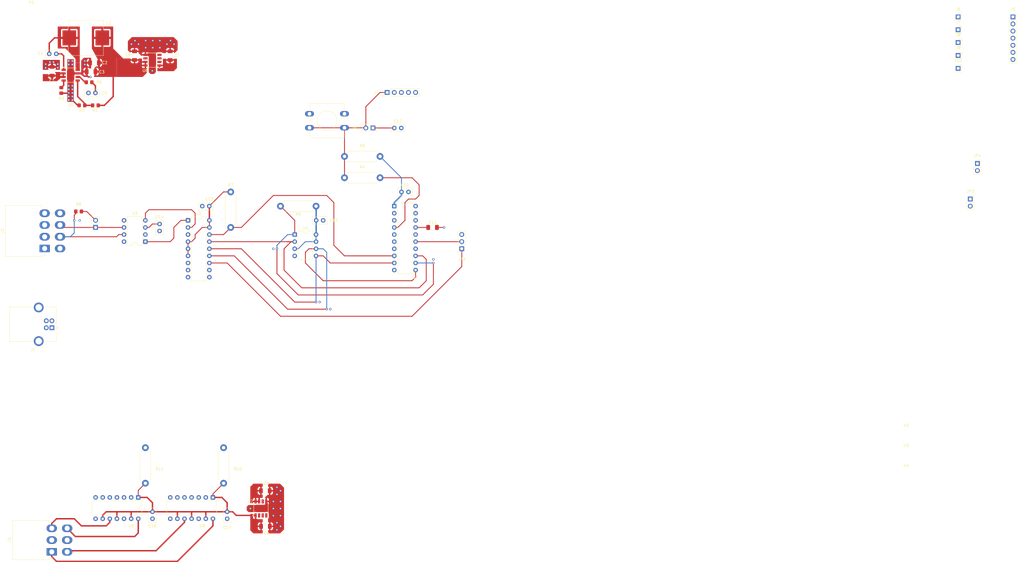
<source format=kicad_pcb>
(kicad_pcb (version 20241229) (generator "pcbnew") (generator_version "9.0")
  (layers (0 "F.Cu" signal) (4 "In1.Cu" signal) (6 "In2.Cu" signal) (2 "B.Cu" power) (13 "F.Paste" user) (15 "B.Paste" user) (5 "F.SilkS" user "F.Silkscreen") (7 "B.SilkS" user "B.Silkscreen") (1 "F.Mask" user) (3 "B.Mask" user) (25 "Edge.Cuts" user))
  (net 0 "")
  (net 1 "+12V")
  (net 2 "GND")
  (net 3 "+6.5V")
  (net 4 "Net-(U5-BST)")
  (net 5 "Net-(U5-SW)")
  (net 6 "Net-(C5-Pad2)")
  (net 7 "+5V")
  (net 8 "+5VA")
  (net 9 "Net-(U1-Vusb3v3)")
  (net 10 "Net-(JP1-A)")
  (net 12 "/USB_D+")
  (net 13 "VBUS")
  (net 15 "/USB_D-")
  (net 16 "/CAN_L")
  (net 17 "/Tach")
  (net 18 "/Speed")
  (net 19 "/CAN_H")
  (net 20 "/AN1")
  (net 21 "/AN4")
  (net 22 "/AN2")
  (net 23 "/AN3")
  (net 24 "/ICSP_~{MCLR}")
  (net 25 "/ICSP_CLK")
  (net 26 "/ICSP_DAT")
  (net 27 "/DAC1_~{CS}")
  (net 28 "/MISO")
  (net 29 "/ROM_~{CS}")
  (net 30 "/DAC2_~{CS}")
  (net 31 "/SCK")
  (net 32 "/MOSI")
  (net 33 "/CAN_~{CS}")
  (net 34 "/INT")
  (net 35 "Net-(JP5-B)")
  (net 36 "Net-(U5-FB)")
  (net 37 "Net-(U5-RT{slash}CLK)")
  (net 38 "/~{MCLR}")
  (net 39 "Net-(U5-COMP)")
  (net 41 "/CLK")
  (net 42 "/CAN_RX")
  (net 47 "/CAN_TX")
  (net 66 "/INT{slash}ICSP_CLK")
  (footprint "Connector_PinSocket_2.54mm:PinSocket_1x02_P2.54mm_Vertical" (layer "F.Cu") (at 55.88 134.62 180)
    (property "Reference" "JP5" (hide yes))
    (property "Value" "Term")
  )
  (footprint "Package_DIP:DIP-14_W7.62mm" (layer "F.Cu") (at 97.79 231.14 -90)
    (property "Reference" "U8")
    (property "Value" "MCP4912" (hide yes))
  )
  (footprint "Capacitor_THT:C_Disc_D5.0mm_W2.5mm_P2.50mm" (layer "F.Cu") (at 137.16 132.08 180)
    (property "Reference" "C15")
    (property "Value" "100n" (hide yes))
  )
  (footprint "Connector_PinSocket_2.54mm:PinSocket_1x02_P2.54mm_Vertical" (layer "F.Cu") (at 368.3 124.46)
    (property "Reference" "JP3")
    (property "Value" "USB_PWR")
  )
  (footprint "Capacitor_THT:C_Disc_D5.0mm_W2.5mm_P2.50mm" (layer "F.Cu") (at 93.98 127)
    (property "Reference" "C13")
    (property "Value" "100n" (hide yes))
  )
  (footprint "Connector_PinHeader_2.54mm:PinHeader_1x05_P2.54mm_Vertical" (layer "F.Cu") (at 160.02 86.36 90)
    (property "Reference" "J4")
    (property "Value" "ICSP")
  )
  (footprint "Capacitor_THT:C_Disc_D5.0mm_W2.5mm_P2.50mm" (layer "F.Cu") (at 76.2 236.26 -90)
    (property "Reference" "C16")
    (property "Value" "100n" (hide yes))
  )
  (footprint "Connector_PinSocket_2.54mm:PinSocket_1x03_P2.54mm_Vertical" (layer "F.Cu") (at 186.665 142.225 180)
    (property "Reference" "JP2")
    (property "Value" "Prog")
  )
  (footprint "Connector_PinSocket_2.54mm:PinSocket_1x07_P2.54mm_Vertical" (layer "F.Cu") (at 383.54 59.33)
    (property "Reference" "J5")
    (property "Value" "SPI debug")
  )
  (footprint "Resistor_SMD:R_0805_2012Metric_Pad1.20x1.40mm_HandSolder" (layer "F.Cu") (at 49.8 128.905 180)
    (property "Reference" "R8")
    (property "Value" "120" (hide yes))
  )
  (footprint "Resistor_SMD:R_0805_2012Metric_Pad1.20x1.40mm_HandSolder" (layer "F.Cu") (at 55.8165 90.9705)
    (property "Reference" "R1")
    (property "Value" "73k2" (hide yes))
  )
  (footprint "Connector_PinSocket_2.54mm:PinSocket_1x02_P2.54mm_Vertical" (layer "F.Cu") (at 154.94 99.06 -90)
    (property "Reference" "JP1")
    (property "Value" "~{Prog}")
  )
  (footprint "Capacitor_THT:C_Disc_D5.0mm_W2.5mm_P2.50mm" (layer "F.Cu") (at 39.3265 72.5555)
    (property "Reference" "C4")
    (property "Value" "100n" (hide yes))
  )
  (footprint "Capacitor_THT:C_Disc_D5.0mm_W2.5mm_P2.50mm" (layer "F.Cu") (at 162.56 99.06)
    (property "Reference" "C12")
    (property "Value" "100n" (hide yes))
  )
  (footprint "Capacitor_SMD:C_1206_3216Metric_Pad1.33x1.80mm_HandSolder" (layer "F.Cu") (at 176.2375 134.62)
    (property "Reference" "C11")
    (property "Value" "1u" (hide yes))
  )
  (footprint "Package_DIP:DIP-8_W7.62mm" (layer "F.Cu") (at 127 137.16)
    (property "Reference" "U4")
    (property "Value" "25LC160C" (hide yes))
  )
  (footprint "Resistor_THT:R_Axial_DIN0411_L9.9mm_D3.6mm_P12.70mm_Horizontal" (layer "F.Cu") (at 101.6 226.06 90)
    (property "Reference" "R10")
    (property "Value" "10k" (hide yes))
  )
  (footprint "Capacitor_SMD:C_1206_3216Metric_Pad1.33x1.80mm_HandSolder" (layer "F.Cu") (at 69.7865 73.1905 90)
    (property "Reference" "C6")
    (property "Value" "22u" (hide yes))
  )
  (footprint "Connector_PinSocket_2.54mm:PinSocket_1x01_P2.54mm_Vertical" (layer "F.Cu") (at 363.97 73.13)
    (property "Reference" "J9")
    (property "Value" "Conn_01x01_Socket")
  )
  (footprint "Capacitor_THT:C_Disc_D5.0mm_W2.5mm_P2.50mm" (layer "F.Cu") (at 53.3165 86.5255)
    (property "Reference" "C5")
    (property "Value" "100n" (hide yes))
  )
  (footprint "Resistor_SMD:R_0805_2012Metric_Pad1.20x1.40mm_HandSolder" (layer "F.Cu") (at 43.6245 85.6205 -90)
    (property "Reference" "R3")
    (property "Value" "50k" (hide yes))
  )
  (footprint "Button_Switch_THT:SW_PUSH-12mm" (layer "F.Cu") (at 132.28 93.98)
    (property "Reference" "SW1" (hide yes))
    (property "Value" "Reset")
  )
  (footprint "Resistor_SMD:R_0805_2012Metric_Pad1.20x1.40mm_HandSolder" (layer "F.Cu") (at 51.0065 90.9705)
    (property "Reference" "R2")
    (property "Value" "10k" (hide yes))
  )
  (footprint "Connector_PinSocket_2.54mm:PinSocket_1x01_P2.54mm_Vertical" (layer "F.Cu") (at 363.97 63.93)
    (property "Reference" "J7")
    (property "Value" "Conn_01x01_Socket")
  )
  (footprint "Connector_Molex:Molex_Mini-Fit_Jr_5569-06A2_2x03_P4.20mm_Horizontal" (layer "F.Cu") (at 40.22 250.58 90)
    (property "Reference" "J3")
    (property "Value" "Analog")
  )
  (footprint "Resistor_THT:R_Axial_DIN0411_L9.9mm_D3.6mm_P12.70mm_Horizontal" (layer "F.Cu") (at 73.66 226.06 90)
    (property "Reference" "R11")
    (property "Value" "10k" (hide yes))
  )
  (footprint "Connector_Molex:Molex_Mini-Fit_Jr_5569-08A2_2x04_P4.20mm_Horizontal" (layer "F.Cu") (at 37.68 142.14 90)
    (property "Reference" "J2")
    (property "Value" "Conn_02x04_Top_Bottom" (hide yes))
  )
  (footprint "Capacitor_THT:C_Disc_D5.0mm_W2.5mm_P2.50mm" (layer "F.Cu") (at 78.74 135.89 90)
    (property "Reference" "C14")
    (property "Value" "100n" (hide yes))
  )
  (footprint "Resistor_SMD:R_0805_2012Metric_Pad1.20x1.40mm_HandSolder" (layer "F.Cu") (at 53.5465 82.7155 180)
    (property "Reference" "R5")
    (property "Value" "12k" (hide yes))
  )
  (footprint "Package_DIP:DIP-14_W7.62mm" (layer "F.Cu") (at 71.12 231.14 -90)
    (property "Reference" "U9")
    (property "Value" "MCP4912" (hide yes))
  )
  (footprint "Connector_USB:USB_B_OST_USB-B1HSxx_Horizontal" (layer "F.Cu") (at 40.27 170.49 180)
    (property "Reference" "J1")
    (property "Value" "USB_B")
  )
  (footprint "Capacitor_SMD:C_1206_3216Metric_Pad1.33x1.80mm_HandSolder" (layer "F.Cu") (at 116.4975 228.75875)
    (property "Reference" "C8")
    (property "Value" "22u" (hide yes))
  )
  (footprint "MountingHole:MountingHole_3.2mm_M3_DIN965" (layer "F.Cu") (at 345.44 209.22)
    (property "Reference" "H2")
    (property "Value" "MountingHole")
  )
  (footprint "MountingHole:MountingHole_3.2mm_M3_DIN965" (layer "F.Cu") (at 345.44 216.37)
    (property "Reference" "H3")
    (property "Value" "MountingHole")
  )
  (footprint "Package_SO:Diodes_SO-8EP" (layer "F.Cu") (at 114.935 235.06625 90)
    (property "Reference" "U7")
    (property "Value" "AP7375Q" (hide yes))
  )
  (footprint "Connector_PinSocket_2.54mm:PinSocket_1x01_P2.54mm_Vertical" (layer "F.Cu") (at 363.97 77.73)
    (property "Reference" "J10")
    (property "Value" "Conn_01x01_Socket")
  )
  (footprint "MountingHole:MountingHole_3.2mm_M3_DIN965" (layer "F.Cu") (at 345.44 223.52)
    (property "Reference" "H4")
    (property "Value" "MountingHole")
  )
  (footprint "Connector_PinSocket_2.54mm:PinSocket_1x02_P2.54mm_Vertical" (layer "F.Cu") (at 370.84 111.76)
    (property "Reference" "JP4")
    (property "Value" "USB_PWR")
  )
  (footprint "Capacitor_SMD:C_1206_3216Metric_Pad1.33x1.80mm_HandSolder" (layer "F.Cu") (at 40.3225 78.7785 90)
    (property "Reference" "C1")
    (property "Value" "22u" (hide yes))
  )
  (footprint "Connector_PinSocket_2.54mm:PinSocket_1x01_P2.54mm_Vertical" (layer "F.Cu") (at 363.97 59.33)
    (property "Reference" "J6")
    (property "Value" "Conn_01x01_Socket")
  )
  (footprint "Package_DIP:DIP-20_W7.62mm" (layer "F.Cu") (at 162.56 127)
    (property "Reference" "U1")
    (property "Value" "PIC16F1459-IP" (hide yes))
  )
  (footprint "Package_SO:Diodes_SO-8EP" (layer "F.Cu") (at 46.969 80.1755)
    (property "Reference" "U5")
    (property "Value" "AP64100Q" (hide yes))
  )
  (footprint "Resistor_THT:R_Axial_DIN0411_L9.9mm_D3.6mm_P12.70mm_Horizontal" (layer "F.Cu") (at 134.62 127 180)
    (property "Reference" "R9")
    (property "Value" "10k")
  )
  (footprint "Inductor_SMD:L_Wuerth_WE-PD-Typ-LS_Handsoldering" (layer "F.Cu") (at 52.3875 66.8405)
    (property "Reference" "L1")
    (property "Value" "15u" (hide yes))
  )
  (footprint "Package_DIP:DIP-18_W7.62mm" (layer "F.Cu") (at 88.9 132.08)
    (property "Reference" "U2")
    (property "Value" "MCP2515-I/P" (hide yes))
  )
  (footprint "Capacitor_SMD:C_1206_3216Metric_Pad1.33x1.80mm_HandSolder" (layer "F.Cu") (at 54.254 78.9055)
    (property "Reference" "C3")
    (property "Value" "22u" (hide yes))
  )
  (footprint "Resistor_THT:R_Axial_DIN0411_L9.9mm_D3.6mm_P12.70mm_Horizontal" (layer "F.Cu") (at 104.14 121.92 -90)
    (property "Reference" "R7")
    (property "Value" "10k" (hide yes))
  )
  (footprint "Capacitor_THT:C_Disc_D5.0mm_W2.5mm_P2.50mm" (layer "F.Cu") (at 165.14 121.92)
    (property "Reference" "C10")
    (property "Value" "100n" (hide yes))
  )
  (footprint "Capacitor_SMD:C_1206_3216Metric_Pad1.33x1.80mm_HandSolder" (layer "F.Cu") (at 55.474 75.7305)
    (property "Reference" "C2")
    (property "Value" "22u" (hide yes))
  )
  (footprint "Connector_PinSocket_2.54mm:PinSocket_1x01_P2.54mm_Vertical" (layer "F.Cu") (at 363.97 68.53)
    (property "Reference" "J8")
    (property "Value" "Conn_01x01_Socket")
  )
  (footprint "Resistor_THT:R_Axial_DIN0411_L9.9mm_D3.6mm_P12.70mm_Horizontal" (layer "F.Cu") (at 157.48 109.22 180)
    (property "Reference" "R6")
    (property "Value" "10k" (hide yes))
  )
  (footprint "Capacitor_SMD:C_1206_3216Metric_Pad1.33x1.80mm_HandSolder" (layer "F.Cu") (at 116.5475 241.45875)
    (property "Reference" "C9")
    (property "Value" "22u" (hide yes))
  )
  (footprint "MountingHole:MountingHole_3.2mm_M3_DIN965" (layer "F.Cu") (at 32.9565 57.9505)
    (property "Reference" "H1")
    (property "Value" "MountingHole")
  )
  (footprint "Package_DIP:DIP-8_W7.62mm" (layer "F.Cu") (at 73.66 139.7 180)
    (property "Reference" "U3")
    (property "Value" "MCP2561-E-P" (hide yes))
  )
  (footprint "Capacitor_THT:C_Disc_D5.0mm_W2.5mm_P2.50mm" (layer "F.Cu") (at 102.87 236.26 -90)
    (property "Reference" "C17")
    (property "Value" "100n" (hide yes))
  )
  (footprint "Capacitor_SMD:C_1206_3216Metric_Pad1.33x1.80mm_HandSolder" (layer "F.Cu") (at 82.4865 73.1905 90)
    (property "Reference" "C7")
    (property "Value" "22u" (hide yes))
  )
  (footprint "Package_SO:Diodes_SO-8EP" (layer "F.Cu") (at 76.179 74.803 180)
    (property "Reference" "U6")
    (property "Value" "AP7375Q" (hide yes))
  )
  (footprint "Resistor_THT:R_Axial_DIN0411_L9.9mm_D3.6mm_P12.70mm_Horizontal" (layer "F.Cu") (at 144.78 116.84)
    (property "Reference" "R4")
    (property "Value" "220" (hide yes))
  )
  (segment (start 49.4665 90.9705) (end 47.5615 89.0655) (width 0.508) (layer "F.Cu") (net 2))
  (segment (start 54.0385 80.8105) (end 53.2765 80.8105) (width 0.508) (layer "F.Cu") (net 2))
  (segment (start 46.1965 86.6205) (end 46.2915 86.5255) (width 0.508) (layer "F.Cu") (net 2))
  (segment (start 53.2765 80.8105) (end 52.6915 80.2255) (width 0.508) (layer "F.Cu") (net 2))
  (segment (start 52.6915 80.2255) (end 52.6915 78.9055) (width 0.508) (layer "F.Cu") (net 2))
  (segment (start 177.8 134.62) (end 180.34 134.62) (width 0.3048) (layer "F.Cu") (net 2))
  (segment (start 50.0065 90.9705) (end 49.4665 90.9705) (width 0.508) (layer "F.Cu") (net 2))
  (segment (start 43.6245 86.6205) (end 46.1965 86.6205) (width 0.508) (layer "F.Cu") (net 2))
  (via (at 121.92 232.56875) (size 0.8128) (drill 0.4) (layers "F.Cu" "B.Cu") (net 2))
  (via (at 119.38 142.24) (size 0.8128) (drill 0.4) (layers "F.Cu" "B.Cu") (net 2))
  (via (at 180.34 134.62) (size 0.8128) (drill 0.4) (layers "F.Cu" "B.Cu") (net 2))
  (via (at 39.5605 75.4765) (size 0.8128) (drill 0.4) (layers "F.Cu" "B.Cu") (net 2))
  (via (at 47.5615 89.0655) (size 0.8128) (drill 0.4) (layers "F.Cu" "B.Cu") (net 2))
  (via (at 76.29525 70.358) (size 0.8128) (drill 0.4) (layers "F.Cu" "B.Cu") (net 2))
  (via (at 46.2915 89.0655) (size 0.8128) (drill 0.4) (layers "F.Cu" "B.Cu") (net 2))
  (via (at 120.65 227.48875) (size 0.8128) (drill 0.4) (layers "F.Cu" "B.Cu") (net 2))
  (via (at 46.2915 76.3655) (size 0.8128) (drill 0.4) (layers "F.Cu" "B.Cu") (net 2))
  (via (at 68.67525 69.088) (size 0.8128) (drill 0.4) (layers "F.Cu" "B.Cu") (net 2))
  (via (at 119.38 232.56875) (size 0.8128) (drill 0.4) (layers "F.Cu" "B.Cu") (net 2))
  (via (at 78.83525 67.818) (size 0.8128) (drill 0.4) (layers "F.Cu" "B.Cu") (net 2))
  (via (at 46.2915 85.2555) (size 0.8128) (drill 0.4) (layers "F.Cu" "B.Cu") (net 2))
  (via (at 78.83525 70.358) (size 0.8128) (drill 0.4) (layers "F.Cu" "B.Cu") (net 2))
  (via (at 120.65 242.72875) (size 0.8128) (drill 0.4) (layers "F.Cu" "B.Cu") (net 2))
  (via (at 52.0065 75.0955) (size 0.8128) (drill 0.4) (layers "F.Cu" "B.Cu") (net 2))
  (via (at 83.91525 69.088) (size 0.8128) (drill 0.4) (layers "F.Cu" "B.Cu") (net 2))
  (via (at 47.5615 76.3655) (size 0.8128) (drill 0.4) (layers "F.Cu" "B.Cu") (net 2))
  (via (at 121.92 241.45875) (size 0.8128) (drill 0.4) (layers "F.Cu" "B.Cu") (net 2))
  (via (at 73.75525 70.358) (size 0.8128) (drill 0.4) (layers "F.Cu" "B.Cu") (net 2))
  (via (at 47.5615 87.7955) (size 0.8128) (drill 0.4) (layers "F.Cu" "B.Cu") (net 2))
  (via (at 120.65 240.18875) (size 0.8128) (drill 0.4) (layers "F.Cu" "B.Cu") (net 2))
  (via (at 38.0365 77.5085) (size 0.8128) (drill 0.4) (layers "F.Cu" "B.Cu") (net 2))
  (via (at 71.21525 69.088) (size 0.8128) (drill 0.4) (layers "F.Cu" "B.Cu") (net 2))
  (via (at 120.65 230.02875) (size 0.8128) (drill 0.4) (layers "F.Cu" "B.Cu") (net 2))
  (via (at 47.5615 86.5255) (size 0.8128) (drill 0.4) (layers "F.Cu" "B.Cu") (net 2))
  (via (at 50.165 132.08) (size 0.8128) (drill 0.4) (layers "F.Cu" "B.Cu") (net 2))
  (via (at 54.0385 80.8105) (size 0.8128) (drill 0.4) (layers "F.Cu" "B.Cu") (net 2))
  (via (at 38.0365 76.2385) (size 0.8128) (drill 0.4) (layers "F.Cu" "B.Cu") (net 2))
  (via (at 119.38 237.64875) (size 0.8128) (drill 0.4) (layers "F.Cu" "B.Cu") (net 2))
  (via (at 47.5615 85.2555) (size 0.8128) (drill 0.4) (layers "F.Cu" "B.Cu") (net 2))
  (via (at 119.38 235.10875) (size 0.8128) (drill 0.4) (layers "F.Cu" "B.Cu") (net 2))
  (via (at 76.29525 67.818) (size 0.8128) (drill 0.4) (layers "F.Cu" "B.Cu") (net 2))
  (via (at 121.92 228.75875) (size 0.8128) (drill 0.4) (layers "F.Cu" "B.Cu") (net 2))
  (via (at 52.0065 76.3655) (size 0.8128) (drill 0.4) (layers "F.Cu" "B.Cu") (net 2))
  (via (at 42.3545 76.2385) (size 0.8128) (drill 0.4) (layers "F.Cu" "B.Cu") (net 2))
  (via (at 46.2915 87.7955) (size 0.8128) (drill 0.4) (layers "F.Cu" "B.Cu") (net 2))
  (via (at 42.3545 77.5085) (size 0.8128) (drill 0.4) (layers "F.Cu" "B.Cu") (net 2))
  (via (at 135.89 161.29) (size 0.8128) (drill 0.4) (layers "F.Cu" "B.Cu") (net 2))
  (via (at 121.92 235.10875) (size 0.8128) (drill 0.4) (layers "F.Cu" "B.Cu") (net 2))
  (via (at 46.2915 86.5255) (size 0.8128) (drill 0.4) (layers "F.Cu" "B.Cu") (net 2))
  (via (at 139.7 163.83) (size 0.8128) (drill 0.4) (layers "F.Cu" "B.Cu") (net 2))
  (via (at 82.64525 67.818) (size 0.8128) (drill 0.4) (layers "F.Cu" "B.Cu") (net 2))
  (via (at 69.94525 67.818) (size 0.8128) (drill 0.4) (layers "F.Cu" "B.Cu") (net 2))
  (via (at 40.8305 75.4765) (size 0.8128) (drill 0.4) (layers "F.Cu" "B.Cu") (net 2))
  (via (at 76.1365 78.613) (size 0.8128) (drill 0.4) (layers "F.Cu" "B.Cu") (net 2))
  (via (at 46.2915 83.9855) (size 0.8128) (drill 0.4) (layers "F.Cu" "B.Cu") (net 2))
  (via (at 46.2915 75.0955) (size 0.8128) (drill 0.4) (layers "F.Cu" "B.Cu") (net 2))
  (via (at 121.92 237.64875) (size 0.8128) (drill 0.4) (layers "F.Cu" "B.Cu") (net 2))
  (via (at 47.5615 83.9855) (size 0.8128) (drill 0.4) (layers "F.Cu" "B.Cu") (net 2))
  (via (at 81.37525 69.088) (size 0.8128) (drill 0.4) (layers "F.Cu" "B.Cu") (net 2))
  (via (at 73.75525 67.818) (size 0.8128) (drill 0.4) (layers "F.Cu" "B.Cu") (net 2))
  (via (at 176.53 146.05) (size 0.8128) (drill 0.4) (layers "F.Cu" "B.Cu") (net 2))
  (via (at 111.125 235.10875) (size 0.8128) (drill 0.4) (layers "F.Cu" "B.Cu") (net 2))
  (via (at 47.5615 75.0955) (size 0.8128) (drill 0.4) (layers "F.Cu" "B.Cu") (net 2))
  (segment (start 60.8965 78.9055) (end 55.8165 78.9055) (width 0.508) (layer "F.Cu") (net 3))
  (segment (start 62.1665 87.7955) (end 62.1665 80.1755) (width 0.508) (layer "F.Cu") (net 3))
  (segment (start 62.1665 80.1755) (end 60.8965 78.9055) (width 0.508) (layer "F.Cu") (net 3))
  (segment (start 56.8165 90.9705) (end 58.9915 90.9705) (width 0.508) (layer "F.Cu") (net 3))
  (segment (start 58.9915 90.9705) (end 62.1665 87.7955) (width 0.508) (layer "F.Cu") (net 3))
  (segment (start 44.4715 78.2705) (end 44.4715 73.2755) (width 0.508) (layer "F.Cu") (net 4))
  (segment (start 44.4715 73.2755) (end 43.7515 72.5555) (width 0.508) (layer "F.Cu") (net 4))
  (segment (start 43.7515 72.5555) (end 41.8265 72.5555) (width 0.508) (layer "F.Cu") (net 4))
  (segment (start 39.3265 72.5555) (end 39.3265 68.7255) (width 0.508) (layer "F.Cu") (net 5))
  (segment (start 41.2115 66.8405) (end 46.4875 66.8405) (width 0.508) (layer "F.Cu") (net 5))
  (segment (start 39.3265 68.7255) (end 41.2115 66.8405) (width 0.508) (layer "F.Cu") (net 5))
  (segment (start 55.8165 83.9855) (end 54.5465 82.7155) (width 0.508) (layer "F.Cu") (net 6))
  (segment (start 55.8165 86.5255) (end 55.8165 83.9855) (width 0.508) (layer "F.Cu") (net 6))
  (segment (start 74.93 134.62) (end 76.16 133.39) (width 0.3048) (layer "F.Cu") (net 7))
  (segment (start 91.44 138.43) (end 91.44 137.16) (width 0.3048) (layer "F.Cu") (net 7))
  (segment (start 101.56 121.92) (end 96.48 127) (width 0.3048) (layer "F.Cu") (net 7))
  (segment (start 96.52 127.04) (end 96.48 127) (width 0.508) (layer "F.Cu") (net 7))
  (segment (start 73.66 134.62) (end 74.93 134.62) (width 0.3048) (layer "F.Cu") (net 7))
  (segment (start 91.44 137.16) (end 93.98 134.62) (width 0.3048) (layer "F.Cu") (net 7))
  (segment (start 96.52 134.62) (end 96.52 132.08) (width 0.3048) (layer "F.Cu") (net 7))
  (segment (start 90.17 139.7) (end 91.44 138.43) (width 0.3048) (layer "F.Cu") (net 7))
  (segment (start 104.14 121.92) (end 101.56 121.92) (width 0.3048) (layer "F.Cu") (net 7))
  (segment (start 88.9 139.7) (end 90.17 139.7) (width 0.3048) (layer "F.Cu") (net 7))
  (segment (start 88.9 144.78) (end 88.9 139.7) (width 0.3048) (layer "F.Cu") (net 7))
  (segment (start 96.52 132.08) (end 96.52 127.04) (width 0.508) (layer "F.Cu") (net 7))
  (segment (start 93.98 134.62) (end 96.52 134.62) (width 0.3048) (layer "F.Cu") (net 7))
  (segment (start 76.16 133.39) (end 78.74 133.39) (width 0.3048) (layer "F.Cu") (net 7))
  (segment (start 130.81 139.7) (end 128.27 142.24) (width 0.3048) (layer "B.Cu") (net 7))
  (segment (start 134.62 127) (end 134.62 128.27) (width 0.508) (layer "B.Cu") (net 7))
  (segment (start 165.14 116.88) (end 165.14 121.92) (width 0.3048) (layer "B.Cu") (net 7))
  (segment (start 134.62 128.27) (end 134.66 128.31) (width 0.508) (layer "B.Cu") (net 7))
  (segment (start 134.66 137.12) (end 134.62 137.16) (width 0.508) (layer "B.Cu") (net 7))
  (segment (start 134.66 128.31) (end 134.66 132.08) (width 0.508) (layer "B.Cu") (net 7))
  (segment (start 134.66 132.08) (end 134.66 137.12) (width 0.508) (layer "B.Cu") (net 7))
  (segment (start 165.14 123.15) (end 165.14 121.92) (width 0.508) (layer "B.Cu") (net 7))
  (segment (start 134.62 139.7) (end 134.62 137.16) (width 0.3048) (layer "B.Cu") (net 7))
  (segment (start 162.56 125.73) (end 165.14 123.15) (width 0.508) (layer "B.Cu") (net 7))
  (segment (start 162.56 127) (end 162.56 125.73) (width 0.508) (layer "B.Cu") (net 7))
  (segment (start 128.27 142.24) (end 127 142.24) (width 0.3048) (layer "B.Cu") (net 7))
  (segment (start 134.62 139.7) (end 130.81 139.7) (width 0.3048) (layer "B.Cu") (net 7))
  (segment (start 157.48 109.22) (end 165.14 116.88) (width 0.3048) (layer "B.Cu") (net 7))
  (segment (start 90.17 238.76) (end 90.17 236.26) (width 0.508) (layer "F.Cu") (net 8))
  (segment (start 95.25 238.76) (end 95.25 236.26) (width 0.508) (layer "F.Cu") (net 8))
  (segment (start 85.09 236.26) (end 76.2 236.26) (width 0.508) (layer "F.Cu") (net 8))
  (segment (start 113.03 237.56375) (end 106.11875 237.56375) (width 0.508) (layer "F.Cu") (net 8))
  (segment (start 100.965 231.14) (end 102.87 233.045) (width 0.508) (layer "F.Cu") (net 8))
  (segment (start 68.58 238.76) (end 68.58 236.26) (width 0.508) (layer "F.Cu") (net 8))
  (segment (start 102.87 236.26) (end 95.25 236.26) (width 0.508) (layer "F.Cu") (net 8))
  (segment (start 102.87 233.045) (end 102.87 236.26) (width 0.508) (layer "F.Cu") (net 8))
  (segment (start 71.12 231.14) (end 74.295 231.14) (width 0.508) (layer "F.Cu") (net 8))
  (segment (start 97.79 231.14) (end 100.965 231.14) (width 0.508) (layer "F.Cu") (net 8))
  (segment (start 90.17 236.26) (end 85.09 236.26) (width 0.508) (layer "F.Cu") (net 8))
  (segment (start 74.295 231.14) (end 76.2 233.045) (width 0.508) (layer "F.Cu") (net 8))
  (segment (start 58.42 237.49) (end 58.42 238.76) (width 0.508) (layer "F.Cu") (net 8))
  (segment (start 63.5 236.26) (end 59.65 236.26) (width 0.508) (layer "F.Cu") (net 8))
  (segment (start 95.25 236.26) (end 90.17 236.26) (width 0.508) (layer "F.Cu") (net 8))
  (segment (start 71.12 228.6) (end 71.12 231.14) (width 0.3048) (layer "F.Cu") (net 8))
  (segment (start 76.2 236.26) (end 68.58 236.26) (width 0.508) (layer "F.Cu") (net 8))
  (segment (start 73.66 226.06) (end 71.12 228.6) (width 0.3048) (layer "F.Cu") (net 8))
  (segment (start 68.58 236.26) (end 63.5 236.26) (width 0.508) (layer "F.Cu") (net 8))
  (segment (start 106.11875 237.56375) (end 104.815 236.26) (width 0.508) (layer "F.Cu") (net 8))
  (segment (start 85.09 238.76) (end 85.09 236.26) (width 0.508) (layer "F.Cu") (net 8))
  (segment (start 104.815 236.26) (end 102.87 236.26) (width 0.508) (layer "F.Cu") (net 8))
  (segment (start 59.65 236.26) (end 58.42 237.49) (width 0.508) (layer "F.Cu") (net 8))
  (segment (start 63.5 238.76) (end 63.5 236.26) (width 0.508) (layer "F.Cu") (net 8))
  (segment (start 97.79 229.87) (end 97.79 231.14) (width 0.3048) (layer "F.Cu") (net 8))
  (segment (start 76.2 233.045) (end 76.2 236.26) (width 0.508) (layer "F.Cu") (net 8))
  (segment (start 101.6 226.06) (end 97.79 229.87) (width 0.3048) (layer "F.Cu") (net 8))
  (segment (start 170.18 134.62) (end 174.675 134.62) (width 0.3048) (layer "F.Cu") (net 9))
  (segment (start 154.94 99.06) (end 162.56 99.06) (width 0.3048) (layer "F.Cu") (net 10))
  (segment (start 44.06 134.62) (end 43.18 133.74) (width 0.3048) (layer "F.Cu") (net 16))
  (segment (start 66.04 134.62) (end 44.06 134.62) (width 0.3048) (layer "F.Cu") (net 16))
  (segment (start 48.8 129.635) (end 48.26 130.175) (width 0.3048) (layer "F.Cu") (net 19))
  (segment (start 66.04 137.16) (end 64.135 137.16) (width 0.3048) (layer "F.Cu") (net 19))
  (segment (start 48.8 128.905) (end 48.8 129.635) (width 0.3048) (layer "F.Cu") (net 19))
  (segment (start 48.26 130.175) (end 48.26 132.08) (width 0.3048) (layer "F.Cu") (net 19))
  (segment (start 64.135 137.16) (end 63.355 137.94) (width 0.3048) (layer "F.Cu") (net 19))
  (segment (start 63.355 137.94) (end 43.18 137.94) (width 0.3048) (layer "F.Cu") (net 19))
  (via (at 48.26 132.08) (size 0.8128) (drill 0.4) (layers "F.Cu" "B.Cu") (net 19))
  (segment (start 48.26 132.08) (end 48.26 136.525) (width 0.3048) (layer "B.Cu") (net 19))
  (segment (start 46.845 137.94) (end 43.18 137.94) (width 0.3048) (layer "B.Cu") (net 19))
  (segment (start 48.26 136.525) (end 46.845 137.94) (width 0.3048) (layer "B.Cu") (net 19))
  (segment (start 97.79 238.76) (end 97.79 241.3) (width 0.508) (layer "F.Cu") (net 20))
  (segment (start 85.09 254) (end 41.91 254) (width 0.508) (layer "F.Cu") (net 20))
  (segment (start 40.22 252.31) (end 40.22 250.58) (width 0.508) (layer "F.Cu") (net 20))
  (segment (start 41.91 254) (end 40.22 252.31) (width 0.508) (layer "F.Cu") (net 20))
  (segment (start 97.79 241.3) (end 85.09 254) (width 0.508) (layer "F.Cu") (net 20))
  (segment (start 48.26 238.76) (end 41.91 238.76) (width 0.508) (layer "F.Cu") (net 21))
  (segment (start 50.8 241.3) (end 48.26 238.76) (width 0.508) (layer "F.Cu") (net 21))
  (segment (start 41.91 238.76) (end 40.22 240.45) (width 0.508) (layer "F.Cu") (net 21))
  (segment (start 60.96 240.03) (end 59.69 241.3) (width 0.508) (layer "F.Cu") (net 21))
  (segment (start 40.22 240.45) (end 40.22 242.18) (width 0.508) (layer "F.Cu") (net 21))
  (segment (start 59.69 241.3) (end 50.8 241.3) (width 0.508) (layer "F.Cu") (net 21))
  (segment (start 60.96 238.76) (end 60.96 240.03) (width 0.508) (layer "F.Cu") (net 21))
  (segment (start 87.63 238.76) (end 87.63 240.03) (width 0.508) (layer "F.Cu") (net 22))
  (segment (start 46.11 250.19) (end 45.72 250.58) (width 0.508) (layer "F.Cu") (net 22))
  (segment (start 87.63 240.03) (end 77.47 250.19) (width 0.508) (layer "F.Cu") (net 22))
  (segment (start 77.47 250.19) (end 46.11 250.19) (width 0.508) (layer "F.Cu") (net 22))
  (segment (start 69.85 245.11) (end 48.65 245.11) (width 0.508) (layer "F.Cu") (net 23))
  (segment (start 71.12 238.76) (end 71.12 243.84) (width 0.508) (layer "F.Cu") (net 23))
  (segment (start 48.65 245.11) (end 45.72 242.18) (width 0.508) (layer "F.Cu") (net 23))
  (segment (start 71.12 243.84) (end 69.85 245.11) (width 0.508) (layer "F.Cu") (net 23))
  (segment (start 132.28 98.98) (end 152.32 98.98) (width 0.3048) (layer "F.Cu") (net 24))
  (segment (start 157.48 86.36) (end 160.02 86.36) (width 0.3048) (layer "F.Cu") (net 24))
  (segment (start 152.4 99.06) (end 152.4 91.44) (width 0.3048) (layer "F.Cu") (net 24))
  (segment (start 152.4 91.44) (end 157.48 86.36) (width 0.3048) (layer "F.Cu") (net 24))
  (segment (start 152.32 98.98) (end 152.4 99.06) (width 0.3048) (layer "F.Cu") (net 24))
  (segment (start 144.78 116.84) (end 144.78 98.98) (width 0.3048) (layer "F.Cu") (net 24))
  (segment (start 171.45 156.21) (end 129.54 156.21) (width 0.3048) (layer "F.Cu") (net 28))
  (segment (start 127 139.7) (end 96.52 139.7) (width 0.3048) (layer "F.Cu") (net 28))
  (segment (start 124.46 139.7) (end 127 139.7) (width 0.3048) (layer "F.Cu") (net 28))
  (segment (start 173.99 146.05) (end 173.99 153.67) (width 0.3048) (layer "F.Cu") (net 28))
  (segment (start 123.19 149.86) (end 123.19 142.24) (width 0.3048) (layer "F.Cu") (net 28))
  (segment (start 173.99 153.67) (end 171.45 156.21) (width 0.3048) (layer "F.Cu") (net 28))
  (segment (start 129.54 156.21) (end 123.19 149.86) (width 0.3048) (layer "F.Cu") (net 28))
  (segment (start 170.18 144.78) (end 172.72 144.78) (width 0.3048) (layer "F.Cu") (net 28))
  (segment (start 172.72 144.78) (end 173.99 146.05) (width 0.3048) (layer "F.Cu") (net 28))
  (segment (start 123.19 142.24) (end 125.73 139.7) (width 0.3048) (layer "F.Cu") (net 28))
  (segment (start 125.73 139.7) (end 127 139.7) (width 0.3048) (layer "F.Cu") (net 28))
  (segment (start 120.65 151.13) (end 120.65 142.24) (width 0.3048) (layer "F.Cu") (net 29))
  (segment (start 176.53 147.32) (end 176.53 154.94) (width 0.3048) (layer "F.Cu") (net 29))
  (segment (start 128.27 158.75) (end 120.65 151.13) (width 0.3048) (layer "F.Cu") (net 29))
  (segment (start 127 137.16) (end 127 132.08) (width 0.3048) (layer "F.Cu") (net 29))
  (segment (start 176.53 154.94) (end 172.72 158.75) (width 0.3048) (layer "F.Cu") (net 29))
  (segment (start 172.72 158.75) (end 128.27 158.75) (width 0.3048) (layer "F.Cu") (net 29))
  (segment (start 127 132.08) (end 121.92 127) (width 0.3048) (layer "F.Cu") (net 29))
  (via (at 120.65 142.24) (size 0.8128) (drill 0.4) (layers "F.Cu" "B.Cu") (net 29))
  (via (at 176.53 147.32) (size 0.8128) (drill 0.4) (layers "F.Cu" "B.Cu") (net 29))
  (segment (start 170.18 147.32) (end 176.53 147.32) (width 0.3048) (layer "B.Cu") (net 29))
  (segment (start 120.65 140.97) (end 124.46 137.16) (width 0.3048) (layer "B.Cu") (net 29))
  (segment (start 120.65 142.24) (end 120.65 140.97) (width 0.3048) (layer "B.Cu") (net 29))
  (segment (start 124.46 137.16) (end 127 137.16) (width 0.3048) (layer "B.Cu") (net 29))
  (segment (start 170.18 149.86) (end 170.18 152.4) (width 0.3048) (layer "F.Cu") (net 31))
  (segment (start 138.43 163.83) (end 124.46 163.83) (width 0.3048) (layer "F.Cu") (net 31))
  (segment (start 168.91 153.67) (end 137.16 153.67) (width 0.3048) (layer "F.Cu") (net 31))
  (segment (start 124.46 163.83) (end 105.41 144.78) (width 0.3048) (layer "F.Cu") (net 31))
  (segment (start 137.16 153.67) (end 130.81 147.32) (width 0.3048) (layer "F.Cu") (net 31))
  (segment (start 105.41 144.78) (end 96.52 144.78) (width 0.3048) (layer "F.Cu") (net 31))
  (segment (start 132.08 142.24) (end 134.62 142.24) (width 0.3048) (layer "F.Cu") (net 31))
  (segment (start 130.81 143.51) (end 132.08 142.24) (width 0.3048) (layer "F.Cu") (net 31))
  (segment (start 130.81 147.32) (end 130.81 143.51) (width 0.3048) (layer "F.Cu") (net 31))
  (segment (start 170.18 152.4) (end 168.91 153.67) (width 0.3048) (layer "F.Cu") (net 31))
  (via (at 138.43 163.83) (size 0.8128) (drill 0.4) (layers "F.Cu" "B.Cu") (net 31))
  (segment (start 137.16 142.24) (end 138.43 143.51) (width 0.3048) (layer "B.Cu") (net 31))
  (segment (start 138.43 143.51) (end 138.43 163.83) (width 0.3048) (layer "B.Cu") (net 31))
  (segment (start 134.62 142.24) (end 137.16 142.24) (width 0.3048) (layer "B.Cu") (net 31))
  (segment (start 137.16 144.78) (end 139.7 147.32) (width 0.3048) (layer "F.Cu") (net 32))
  (segment (start 107.95 142.24) (end 96.52 142.24) (width 0.3048) (layer "F.Cu") (net 32))
  (segment (start 127 161.29) (end 107.95 142.24) (width 0.3048) (layer "F.Cu") (net 32))
  (segment (start 139.7 147.32) (end 162.56 147.32) (width 0.3048) (layer "F.Cu") (net 32))
  (segment (start 134.62 144.78) (end 137.16 144.78) (width 0.3048) (layer "F.Cu") (net 32))
  (segment (start 134.62 161.29) (end 127 161.29) (width 0.3048) (layer "F.Cu") (net 32))
  (via (at 134.62 161.29) (size 0.8128) (drill 0.4) (layers "F.Cu" "B.Cu") (net 32))
  (segment (start 134.62 161.29) (end 134.62 144.78) (width 0.3048) (layer "B.Cu") (net 32))
  (segment (start 144.78 144.78) (end 140.97 140.97) (width 0.3048) (layer "F.Cu") (net 33))
  (segment (start 140.97 140.97) (end 140.97 125.73) (width 0.3048) (layer "F.Cu") (net 33))
  (segment (start 107.95 134.62) (end 104.14 134.62) (width 0.3048) (layer "F.Cu") (net 33))
  (segment (start 96.52 137.16) (end 101.6 137.16) (width 0.3048) (layer "F.Cu") (net 33))
  (segment (start 101.6 137.16) (end 104.14 134.62) (width 0.3048) (layer "F.Cu") (net 33))
  (segment (start 138.43 123.19) (end 119.38 123.19) (width 0.3048) (layer "F.Cu") (net 33))
  (segment (start 162.56 144.78) (end 144.78 144.78) (width 0.3048) (layer "F.Cu") (net 33))
  (segment (start 119.38 123.19) (end 107.95 134.62) (width 0.3048) (layer "F.Cu") (net 33))
  (segment (start 140.97 125.73) (end 138.43 123.19) (width 0.3048) (layer "F.Cu") (net 33))
  (segment (start 102.87 147.32) (end 121.92 166.37) (width 0.3048) (layer "F.Cu") (net 34))
  (segment (start 96.52 147.32) (end 102.87 147.32) (width 0.3048) (layer "F.Cu") (net 34))
  (segment (start 121.92 166.37) (end 168.91 166.37) (width 0.3048) (layer "F.Cu") (net 34))
  (segment (start 168.91 166.37) (end 186.665 148.615) (width 0.3048) (layer "F.Cu") (net 34))
  (segment (start 186.665 148.615) (end 186.665 142.225) (width 0.3048) (layer "F.Cu") (net 34))
  (segment (start 50.8 128.905) (end 52.705 128.905) (width 0.3048) (layer "F.Cu") (net 35))
  (segment (start 52.705 128.905) (end 55.88 132.08) (width 0.3048) (layer "F.Cu") (net 35))
  (segment (start 49.4665 87.7955) (end 52.0065 90.3355) (width 0.508) (layer "F.Cu") (net 36))
  (segment (start 52.0065 90.9705) (end 54.8165 90.9705) (width 0.508) (layer "F.Cu") (net 36))
  (segment (start 49.4665 82.0805) (end 49.4665 87.7955) (width 0.508) (layer "F.Cu") (net 36))
  (segment (start 52.0065 90.3355) (end 52.0065 90.9705) (width 0.508) (layer "F.Cu") (net 36))
  (segment (start 44.4715 83.7735) (end 43.6245 84.6205) (width 0.508) (layer "F.Cu") (net 37))
  (segment (start 44.4715 82.0805) (end 44.4715 83.7735) (width 0.508) (layer "F.Cu") (net 37))
  (segment (start 170.18 124.46) (end 171.45 123.19) (width 0.3048) (layer "F.Cu") (net 38))
  (segment (start 166.37 125.73) (end 167.64 124.46) (width 0.3048) (layer "F.Cu") (net 38))
  (segment (start 168.91 116.84) (end 157.48 116.84) (width 0.3048) (layer "F.Cu") (net 38))
  (segment (start 171.45 119.38) (end 168.91 116.84) (width 0.3048) (layer "F.Cu") (net 38))
  (segment (start 166.37 132.08) (end 166.37 125.73) (width 0.3048) (layer "F.Cu") (net 38))
  (segment (start 162.56 134.62) (end 163.83 134.62) (width 0.3048) (layer "F.Cu") (net 38))
  (segment (start 171.45 123.19) (end 171.45 119.38) (width 0.3048) (layer "F.Cu") (net 38))
  (segment (start 167.64 124.46) (end 170.18 124.46) (width 0.3048) (layer "F.Cu") (net 38))
  (segment (start 163.83 134.62) (end 166.37 132.08) (width 0.3048) (layer "F.Cu") (net 38))
  (segment (start 50.2285 80.8105) (end 52.1335 82.7155) (width 0.508) (layer "F.Cu") (net 39))
  (segment (start 52.1335 82.7155) (end 52.5465 82.7155) (width 0.508) (layer "F.Cu") (net 39))
  (segment (start 49.4665 80.8105) (end 50.2285 80.8105) (width 0.508) (layer "F.Cu") (net 39))
  (segment (start 73.66 129.54) (end 74.93 128.27) (width 0.3048) (layer "F.Cu") (net 42))
  (segment (start 73.66 132.08) (end 73.66 129.54) (width 0.3048) (layer "F.Cu") (net 42))
  (segment (start 74.93 128.27) (end 90.17 128.27) (width 0.3048) (layer "F.Cu") (net 42))
  (segment (start 90.17 134.62) (end 88.9 134.62) (width 0.3048) (layer "F.Cu") (net 42))
  (segment (start 91.44 133.35) (end 90.17 134.62) (width 0.3048) (layer "F.Cu") (net 42))
  (segment (start 90.17 128.27) (end 91.44 129.54) (width 0.3048) (layer "F.Cu") (net 42))
  (segment (start 91.44 129.54) (end 91.44 133.35) (width 0.3048) (layer "F.Cu") (net 42))
  (segment (start 73.66 139.7) (end 82.55 139.7) (width 0.3048) (layer "F.Cu") (net 47))
  (segment (start 86.36 132.08) (end 88.9 132.08) (width 0.3048) (layer "F.Cu") (net 47))
  (segment (start 82.55 139.7) (end 83.82 138.43) (width 0.3048) (layer "F.Cu") (net 47))
  (segment (start 83.82 134.62) (end 86.36 132.08) (width 0.3048) (layer "F.Cu") (net 47))
  (segment (start 83.82 138.43) (end 83.82 134.62) (width 0.3048) (layer "F.Cu") (net 47))
  (segment (start 186.65 139.7) (end 186.665 139.685) (width 0.3048) (layer "F.Cu") (net 66))
  (segment (start 170.18 139.7) (end 186.65 139.7) (width 0.3048) (layer "F.Cu") (net 66))
  (zone (net 7) (net_name "+5V") (layer "F.Cu") (priority 9) (connect_pads (clearance 0.5)) (min_thickness 0.25) (fill yes (thermal_gap 0.508) (thermal_bridge_width 0.508) (island_removal_mode 1) (island_area_min 9.999999))
    (polygon (pts (xy 84.93125 74.295) (xy 84.93125 77.62875) (xy 83.82 78.74) (xy 77.94625 78.74) (xy 77.94625 76.2) (xy 79.85125 76.2) (xy 79.85125 74.295)))
  )
  (zone (net 2) (net_name "GND") (layer "F.Cu") (priority 7) (connect_pads yes (clearance 0.5)) (min_thickness 0.25) (fill yes (thermal_gap 0.508) (thermal_bridge_width 0.762) (island_removal_mode 1) (island_area_min 9.999999))
    (polygon (pts (xy 109.855 235.74375) (xy 110.49 236.37875) (xy 120.65 236.37875) (xy 120.65 231.29875) (xy 116.205 231.29875) (xy 116.205 233.83875) (xy 110.49 233.83875) (xy 109.855 234.47375)))
  )
  (zone (net 5) (net_name "Net-(U5-SW)") (layer "F.Cu") (priority 4) (connect_pads (clearance 0.5)) (min_thickness 0.25) (fill yes (thermal_gap 0.508) (thermal_bridge_width 0.762) (island_removal_mode 1) (island_area_min 9.999999))
    (polygon (pts (xy 48.7045 75.7305) (xy 48.7045 74.343269) (xy 45.1485 70.6505) (xy 42.3545 70.6505) (xy 42.3545 62.7765) (xy 50.2285 62.7765) (xy 50.2285 75.7305)))
  )
  (zone (net 2) (net_name "GND") (layer "F.Cu") (priority 8) (connect_pads (clearance 0.5)) (min_thickness 0.25) (fill yes (thermal_gap 0.508) (thermal_bridge_width 0.508) (island_removal_mode 1) (island_area_min 9.999999))
    (polygon (pts (xy 84.113688 72.263) (xy 85.18525 71.191438) (xy 85.18525 67.97675) (xy 83.7565 66.548) (xy 68.834 66.548) (xy 67.40525 67.97675) (xy 67.40525 71.3105) (xy 68.35775 72.263) (xy 71.21525 72.263) (xy 72.48525 73.533) (xy 74.39025 73.533) (xy 74.39025 72.263)))
  )
  (zone (net 2) (net_name "GND") (layer "F.Cu") (connect_pads (clearance 0.5)) (min_thickness 0.25) (fill yes (thermal_gap 0.508) (thermal_bridge_width 0.762) (island_removal_mode 1) (island_area_min 9.999999))
    (polygon (pts (xy 37.0205 78.2705) (xy 37.0205 74.7145) (xy 43.1165 74.7145) (xy 43.1165 78.2705)))
  )
  (zone (net 2) (net_name "GND") (layer "F.Cu") (priority 7) (connect_pads yes (clearance 0.5)) (min_thickness 0.25) (fill yes (thermal_gap 0.508) (thermal_bridge_width 0.762) (island_removal_mode 1) (island_area_min 9.999999))
    (polygon (pts (xy 76.7715 79.756) (xy 77.4065 79.121) (xy 77.4065 68.961) (xy 72.3265 68.961) (xy 72.3265 73.406) (xy 74.8665 73.406) (xy 74.8665 79.121) (xy 75.5015 79.756)))
  )
  (zone (net 3) (net_name "+6.5V") (layer "F.Cu") (priority 10) (connect_pads (clearance 0.5)) (min_thickness 0.25) (fill yes (thermal_gap 0.508) (thermal_bridge_width 0.508) (island_removal_mode 1) (island_area_min 9.999999))
    (polygon (pts (xy 63.4365 74.2065) (xy 72.5805 74.2065) (xy 72.5805 74.7145) (xy 74.2315 74.7145) (xy 74.2315 79.2865) (xy 72.7075 80.8105) (xy 63.4365 80.8105)))
  )
  (zone (net 2) (net_name "GND") (layer "F.Cu") (priority 2) (connect_pads (clearance 0.5)) (min_thickness 0.25) (fill yes (thermal_gap 0.508) (thermal_bridge_width 0.762))
    (polygon (pts (xy 48.9585 79.0325) (xy 50.292 79.0325) (xy 50.7365 78.588) (xy 50.7365 74.905) (xy 51.689 73.9525) (xy 54.2925 73.9525) (xy 54.2925 77.7625) (xy 53.2765 77.7625) (xy 53.2765 80.4295) (xy 52.8955 80.8105) (xy 51.7525 80.8105) (xy 50.7365 80.0485) (xy 48.9585 80.0485)))
  )
  (zone (net 2) (net_name "GND") (layer "F.Cu") (priority 8) (connect_pads (clearance 0.5)) (min_thickness 0.25) (fill yes (thermal_gap 0.508) (thermal_bridge_width 0.508) (island_removal_mode 1) (island_area_min 9.999999))
    (polygon (pts (xy 117.475 243.99875) (xy 121.76125 243.99875) (xy 123.19 242.57) (xy 123.19 227.6475) (xy 121.76125 226.21875) (xy 117.475 226.21875) (xy 117.475 230.02875) (xy 116.205 231.29875) (xy 116.205 233.20375) (xy 117.475 233.20375)))
  )
  (zone (net 5) (net_name "Net-(U5-SW)") (layer "F.Cu") (priority 3) (connect_pads yes (clearance 0.5)) (min_thickness 0.25) (fill yes (thermal_gap 0.508) (thermal_bridge_width 0.762) (island_removal_mode 1) (island_area_min 9.999999))
    (polygon (pts (xy 48.7045 78.7785) (xy 50.2285 78.7785) (xy 50.2285 74.4605) (xy 48.7045 74.4605)))
  )
  (zone (net 3) (net_name "+6.5V") (layer "F.Cu") (priority 5) (connect_pads (clearance 0.5)) (min_thickness 0.25) (fill yes (thermal_gap 0.508) (thermal_bridge_width 0.762) (island_removal_mode 1) (island_area_min 9.999999))
    (polygon (pts (xy 55.3085 80.8105) (xy 55.3085 77.7625) (xy 56.5785 76.4925) (xy 56.5785 74.424214) (xy 54.5465 70.6505) (xy 54.5465 62.7765) (xy 62.1665 62.7765) (xy 62.1665 70.6505) (xy 65.7225 74.2065) (xy 65.7225 80.8105)))
  )
  (zone (net 2) (net_name "GND") (layer "F.Cu") (priority 1) (connect_pads yes (clearance 0.5)) (min_thickness 0.25) (fill yes (thermal_gap 0.3048) (thermal_bridge_width 0.762))
    (polygon (pts (xy 45.7835 74.4605) (xy 45.7835 89.7005) (xy 48.0695 89.7005) (xy 48.0695 80.5565) (xy 48.4505 80.0485) (xy 50.3555 80.0485) (xy 50.3555 79.0325) (xy 48.4505 79.0325) (xy 48.0695 78.461) (xy 48.0695 74.4605)))
  )
  (zone (net 3) (net_name "+6.5V") (layer "F.Cu") (priority 10) (connect_pads (clearance 0.5)) (min_thickness 0.25) (fill yes (thermal_gap 0.508) (thermal_bridge_width 0.508) (island_removal_mode 1) (island_area_min 9.999999))
    (polygon (pts (xy 115.57 226.21875) (xy 115.57 231.29875) (xy 114.935 231.29875) (xy 114.935 233.20375) (xy 111.125 233.20375) (xy 111.125 227.33) (xy 112.23625 226.21875)))
  )
  (zone (net 1) (net_name "+12V") (layer "F.Cu") (priority 6) (connect_pads (clearance 0.5)) (min_thickness 0.25) (fill yes (thermal_gap 0.508) (thermal_bridge_width 0.762) (island_removal_mode 1) (island_area_min 9.999999))
    (polygon (pts (xy 37.0205 79.7945) (xy 40.3225 79.7945) (xy 41.592499 79.0325) (xy 44.6405 79.0325) (xy 44.6405 81.3185) (xy 43.3705 81.3185) (xy 42.1005 82.3345) (xy 37.0205 82.3345)))
  )
  (zone (net 8) (net_name "+5VA") (layer "F.Cu") (priority 9) (connect_pads (clearance 0.5)) (min_thickness 0.25) (fill yes (thermal_gap 0.508) (thermal_bridge_width 0.508) (island_removal_mode 1) (island_area_min 9.999999))
    (polygon (pts (xy 115.57 243.99875) (xy 112.23625 243.99875) (xy 111.125 242.8875) (xy 111.125 237.01375) (xy 113.665 237.01375) (xy 113.665 238.91875) (xy 115.57 238.91875)))
  )
)
</source>
